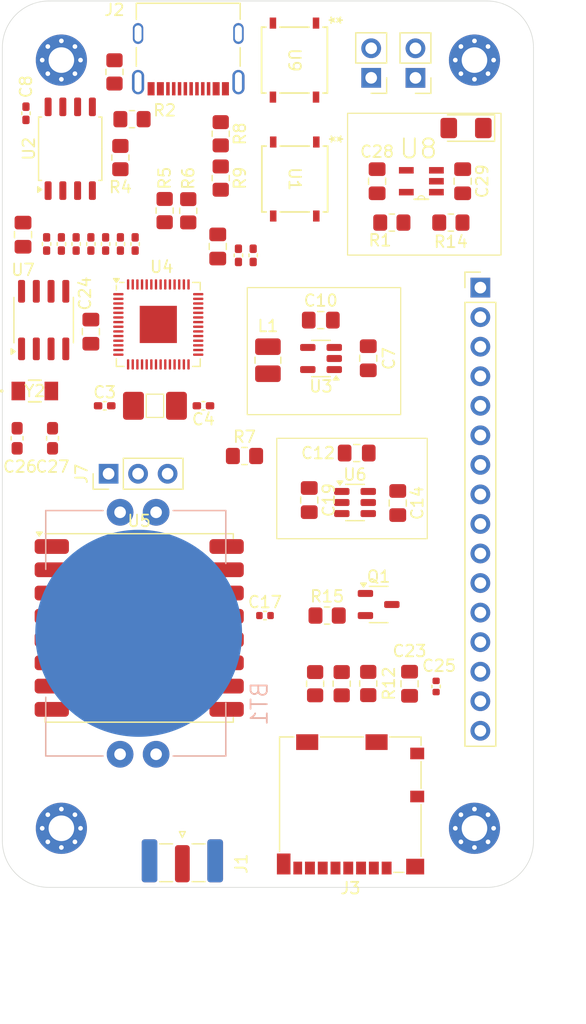
<source format=kicad_pcb>
(kicad_pcb (version 20240108) (generator "pcbnew") (generator_version "8.0")
  (layers (0 "F.Cu" signal) (1 "In1.Cu" signal) (2 "In2.Cu" signal) (31 "B.Cu" signal) (34 "B.Paste" user) (35 "F.Paste" user) (36 "B.SilkS" user "B.Silkscreen") (37 "F.SilkS" user "F.Silkscreen") (38 "B.Mask" user) (39 "F.Mask" user) (44 "Edge.Cuts" user))
  (net 0 "")
  (net 1 "Net-(U4-XIN)")
  (net 2 "GND")
  (net 3 "Net-(U4-XOUT)")
  (net 4 "1V1")
  (net 5 "BAT")
  (net 6 "3V3")
  (net 7 "Net-(U6-CNEG)")
  (net 8 "Net-(U6-CPOS)")
  (net 9 "5V")
  (net 10 "Net-(C23-Pad2)")
  (net 11 "Net-(U7-X1)")
  (net 12 "Net-(U7-X2)")
  (net 13 "VIN")
  (net 14 "Net-(D2-K)")
  (net 15 "/ANT")
  (net 16 "USB+")
  (net 18 "USB-")
  (net 19 "Net-(J2-SHIELD)")
  (net 23 "MOSI")
  (net 24 "MISO")
  (net 26 "Net-(J3-DAT2)")
  (net 27 "SD_CS")
  (net 28 "SPI_SCK")
  (net 29 "SWDCLK")
  (net 30 "SWD")
  (net 31 "EXT_SW1")
  (net 32 "SPI_CS")
  (net 33 "UART_TX")
  (net 34 "GP27")
  (net 35 "I2C_SDA")
  (net 36 "EXT_SW2")
  (net 37 "I2C_SCK")
  (net 38 "5V_OUT")
  (net 39 "UART_RX")
  (net 40 "GP6")
  (net 41 "GP26")
  (net 42 "Net-(U3-SW)")
  (net 43 "Net-(Q1-B)")
  (net 44 "Net-(U8-PROG)")
  (net 45 "QSPI_CS")
  (net 46 "Net-(R2-Pad1)")
  (net 47 "Net-(U4-USB_DP)")
  (net 48 "Net-(U4-USB_DM)")
  (net 49 "5V_CTRL")
  (net 50 "Net-(U4-GPIO11)")
  (net 51 "Net-(U4-GPIO28_ADC2)")
  (net 52 "Net-(U8-STAT)")
  (net 53 "5V_SW")
  (net 54 "Net-(U4-RUN)")
  (net 55 "QSPI_CLK")
  (net 56 "QSPI_SD2")
  (net 57 "QSPI_SD1")
  (net 58 "QSPI_SD3")
  (net 59 "QSPI_SD0")
  (net 66 "RTC_MFP")
  (net 67 "RFM_CS")
  (net 70 "RFM_RST")
  (net 79 "Net-(BT1-+)")
  (footprint "mcp73831:SOT95P280X145-5N" (layer "F.Cu") (at 163.068 66.294 180)
    (property "Reference" "U8" (at 0.254 2.794 180) (layer "F.SilkS") (effects (font (size 1.640866 1.640866))))
    (property "Value" "MCP73831")
    (pad "1" smd rect (at -1.2954 -0.9398 180) (size 1.27 0.5588) (layers "F.Cu" "F.Paste" "F.Mask") (net 52 "Net-(U8-STAT)"))
    (pad "2" smd rect (at -1.2954 0 180) (size 1.27 0.5588) (layers "F.Cu" "F.Paste" "F.Mask") (net 2 "GND"))
    (pad "3" smd rect (at -1.2954 0.9398 180) (size 1.27 0.5588) (layers "F.Cu" "F.Paste" "F.Mask") (net 5 "BAT"))
    (pad "4" smd rect (at 1.2954 0.9398 180) (size 1.27 0.5588) (layers "F.Cu" "F.Paste" "F.Mask") (net 13 "VIN"))
    (pad "5" smd rect (at 1.2954 -0.9398 180) (size 1.27 0.5588) (layers "F.Cu" "F.Paste" "F.Mask") (net 44 "Net-(U8-PROG)"))
  )
  (footprint "Connector_PinHeader_2.54mm:PinHeader_1x02_P2.54mm_Vertical" (layer "F.Cu") (at 162.56 57.409 180)
    (property "Reference" "J5" (hide yes))
    (property "Value" "BAT")
    (pad "1" thru_hole rect (at 0 0 180) (size 1.7 1.7) (drill 1) (layers "*.Cu" "*.Mask") (net 2 "GND"))
    (pad "2" thru_hole oval (at 0 2.54 180) (size 1.7 1.7) (drill 1) (layers "*.Cu" "*.Mask") (net 5 "BAT"))
  )
  (footprint "Resistor_SMD:R_0805_2012Metric_Pad1.20x1.40mm_HandSolder" (layer "F.Cu") (at 165.608 69.85 180)
    (property "Reference" "R14" (at 0 -1.65 180) (layer "F.SilkS"))
    (property "Value" "470")
    (pad "1" smd roundrect (at -1 0 180) (size 1.2 1.4) (layers "F.Cu" "F.Paste" "F.Mask") (roundrect_rratio 0.208333) (net 14 "Net-(D2-K)"))
    (pad "2" smd roundrect (at 1 0 180) (size 1.2 1.4) (layers "F.Cu" "F.Paste" "F.Mask") (roundrect_rratio 0.208333) (net 52 "Net-(U8-STAT)"))
  )
  (footprint "MountingHole:MountingHole_2.2mm_M2_Pad_Via" (layer "F.Cu") (at 167.64 55.88)
    (property "Reference" "H2" (hide yes))
    (property "Value" "MountingHole" (hide yes))
    (pad "1" thru_hole circle (at -1.65 0) (size 0.7 0.7) (drill 0.4) (layers "*.Cu" "*.Mask"))
    (pad "1" thru_hole circle (at -1.166726 -1.166726) (size 0.7 0.7) (drill 0.4) (layers "*.Cu" "*.Mask"))
    (pad "1" thru_hole circle (at -1.166726 1.166726) (size 0.7 0.7) (drill 0.4) (layers "*.Cu" "*.Mask"))
    (pad "1" thru_hole circle (at 0 -1.65) (size 0.7 0.7) (drill 0.4) (layers "*.Cu" "*.Mask"))
    (pad "1" thru_hole circle (at 0 0) (size 4.4 4.4) (drill 2.2) (layers "*.Cu" "*.Mask"))
    (pad "1" thru_hole circle (at 0 1.65) (size 0.7 0.7) (drill 0.4) (layers "*.Cu" "*.Mask"))
    (pad "1" thru_hole circle (at 1.166726 -1.166726) (size 0.7 0.7) (drill 0.4) (layers "*.Cu" "*.Mask"))
    (pad "1" thru_hole circle (at 1.166726 1.166726) (size 0.7 0.7) (drill 0.4) (layers "*.Cu" "*.Mask"))
    (pad "1" thru_hole circle (at 1.65 0) (size 0.7 0.7) (drill 0.4) (layers "*.Cu" "*.Mask"))
  )
  (footprint "Capacitor_SMD:C_0402_1005Metric" (layer "F.Cu") (at 149.606 103.632)
    (property "Reference" "C17" (at 0 -1.16 0) (layer "F.SilkS"))
    (property "Value" "0.1uF")
    (pad "1" smd roundrect (at -0.48 0) (size 0.56 0.62) (layers "F.Cu" "F.Paste" "F.Mask") (net 6 "3V3"))
    (pad "2" smd roundrect (at 0.48 0) (size 0.56 0.62) (layers "F.Cu" "F.Paste" "F.Mask") (net 2 "GND"))
  )
  (footprint "Resistor_SMD:R_0805_2012Metric_Pad1.20x1.40mm_HandSolder" (layer "F.Cu") (at 138.16 60.96 180)
    (property "Reference" "R2" (at -2.81 0.762 180) (layer "F.SilkS"))
    (property "Value" "1k")
    (pad "1" smd roundrect (at -1 0 180) (size 1.2 1.4) (layers "F.Cu" "F.Paste" "F.Mask") (roundrect_rratio 0.208333) (net 46 "Net-(R2-Pad1)"))
    (pad "2" smd roundrect (at 1 0 180) (size 1.2 1.4) (layers "F.Cu" "F.Paste" "F.Mask") (roundrect_rratio 0.208333) (net 45 "QSPI_CS"))
  )
  (footprint "Resistor_SMD:R_0805_2012Metric_Pad1.20x1.40mm_HandSolder" (layer "F.Cu") (at 143.002 68.834 -90)
    (property "Reference" "R6" (at -2.794 0 90) (layer "F.SilkS"))
    (property "Value" "27.4" (hide yes))
    (pad "1" smd roundrect (at -1 0 270) (size 1.2 1.4) (layers "F.Cu" "F.Paste" "F.Mask") (roundrect_rratio 0.208333) (net 18 "USB-"))
    (pad "2" smd roundrect (at 1 0 270) (size 1.2 1.4) (layers "F.Cu" "F.Paste" "F.Mask") (roundrect_rratio 0.208333) (net 48 "Net-(U4-USB_DM)"))
  )
  (footprint "Capacitor_SMD:C_0805_2012Metric_Pad1.18x1.45mm_HandSolder" (layer "F.Cu") (at 128.778 70.8875 90)
    (property "Reference" "C22" (hide yes))
    (property "Value" "1u")
    (pad "1" smd roundrect (at -1.0375 0 90) (size 1.175 1.45) (layers "F.Cu" "F.Paste" "F.Mask") (roundrect_rratio 0.212766) (net 6 "3V3"))
    (pad "2" smd roundrect (at 1.0375 0 90) (size 1.175 1.45) (layers "F.Cu" "F.Paste" "F.Mask") (roundrect_rratio 0.212766) (net 2 "GND"))
  )
  (footprint "Package_TO_SOT_SMD:TSOT-23-5" (layer "F.Cu") (at 154.432 81.534 180)
    (property "Reference" "U3" (at 0 -2.4 180) (layer "F.SilkS"))
    (property "Value" "ADP2108")
    (pad "1" smd roundrect (at -1.1375 -0.95 180) (size 1.325 0.6) (layers "F.Cu" "F.Paste" "F.Mask") (net 5 "BAT"))
    (pad "2" smd roundrect (at -1.1375 0 180) (size 1.325 0.6) (layers "F.Cu" "F.Paste" "F.Mask") (net 2 "GND"))
    (pad "3" smd roundrect (at -1.1375 0.95 180) (size 1.325 0.6) (layers "F.Cu" "F.Paste" "F.Mask") (net 5 "BAT"))
    (pad "4" smd roundrect (at 1.1375 0.95 180) (size 1.325 0.6) (layers "F.Cu" "F.Paste" "F.Mask") (net 6 "3V3"))
    (pad "5" smd roundrect (at 1.1375 -0.95 180) (size 1.325 0.6) (layers "F.Cu" "F.Paste" "F.Mask") (net 42 "Net-(U3-SW)"))
  )
  (footprint "Capacitor_SMD:C_0402_1005Metric_Pad0.74x0.62mm_HandSolder" (layer "F.Cu") (at 147.32 72.6655 90)
    (property "Reference" "C6" (hide yes))
    (property "Value" "100n")
    (pad "1" smd roundrect (at -0.5675 0 90) (size 0.735 0.62) (layers "F.Cu" "F.Paste" "F.Mask") (net 4 "1V1"))
    (pad "2" smd roundrect (at 0.5675 0 90) (size 0.735 0.62) (layers "F.Cu" "F.Paste" "F.Mask") (net 2 "GND"))
  )
  (footprint "Capacitor_SMD:C_0402_1005Metric_Pad0.74x0.62mm_HandSolder" (layer "F.Cu") (at 135.89 71.6875 90)
    (property "Reference" "C18" (hide yes))
    (property "Value" "100n" (hide yes))
    (pad "1" smd roundrect (at -0.5675 0 90) (size 0.735 0.62) (layers "F.Cu" "F.Paste" "F.Mask") (net 6 "3V3"))
    (pad "2" smd roundrect (at 0.5675 0 90) (size 0.735 0.62) (layers "F.Cu" "F.Paste" "F.Mask") (net 2 "GND"))
  )
  (footprint "Capacitor_SMD:C_0402_1005Metric_Pad0.74x0.62mm_HandSolder" (layer "F.Cu") (at 133.35 71.6875 90)
    (property "Reference" "C15" (hide yes))
    (property "Value" "100n" (hide yes))
    (pad "1" smd roundrect (at -0.5675 0 90) (size 0.735 0.62) (layers "F.Cu" "F.Paste" "F.Mask") (net 6 "3V3"))
    (pad "2" smd roundrect (at 0.5675 0 90) (size 0.735 0.62) (layers "F.Cu" "F.Paste" "F.Mask") (net 2 "GND"))
  )
  (footprint "Package_DFN_QFN:QFN-56-1EP_7x7mm_P0.4mm_EP3.2x3.2mm" (layer "F.Cu") (at 140.424 78.6045)
    (property "Reference" "U4" (at 0.292 -4.9445 0) (layer "F.SilkS"))
    (property "Value" "RP2040")
    (pad "1" smd roundrect (at -3.4375 -2.6) (size 0.875 0.2) (layers "F.Cu" "F.Paste" "F.Mask") (net 6 "3V3"))
    (pad "2" smd roundrect (at -3.4375 -2.2) (size 0.875 0.2) (layers "F.Cu" "F.Paste" "F.Mask") (net 33 "UART_TX"))
    (pad "3" smd roundrect (at -3.4375 -1.8) (size 0.875 0.2) (layers "F.Cu" "F.Paste" "F.Mask") (net 39 "UART_RX"))
    (pad "4" smd roundrect (at -3.4375 -1.4) (size 0.875 0.2) (layers "F.Cu" "F.Paste" "F.Mask") (net 53 "5V_SW"))
    (pad "5" smd roundrect (at -3.4375 -1) (size 0.875 0.2) (layers "F.Cu" "F.Paste" "F.Mask"))
    (pad "6" smd roundrect (at -3.4375 -0.6) (size 0.875 0.2) (layers "F.Cu" "F.Paste" "F.Mask") (net 35 "I2C_SDA"))
    (pad "7" smd roundrect (at -3.4375 -0.2) (size 0.875 0.2) (layers "F.Cu" "F.Paste" "F.Mask") (net 37 "I2C_SCK"))
    (pad "8" smd roundrect (at -3.4375 0.2) (size 0.875 0.2) (layers "F.Cu" "F.Paste" "F.Mask") (net 40 "GP6"))
    (pad "9" smd roundrect (at -3.4375 0.6) (size 0.875 0.2) (layers "F.Cu" "F.Paste" "F.Mask"))
    (pad "10" smd roundrect (at -3.4375 1) (size 0.875 0.2) (layers "F.Cu" "F.Paste" "F.Mask") (net 6 "3V3"))
    (pad "11" smd roundrect (at -3.4375 1.4) (size 0.875 0.2) (layers "F.Cu" "F.Paste" "F.Mask"))
    (pad "12" smd roundrect (at -3.4375 1.8) (size 0.875 0.2) (layers "F.Cu" "F.Paste" "F.Mask"))
    (pad "13" smd roundrect (at -3.4375 2.2) (size 0.875 0.2) (layers "F.Cu" "F.Paste" "F.Mask"))
    (pad "14" smd roundrect (at -3.4375 2.6) (size 0.875 0.2) (layers "F.Cu" "F.Paste" "F.Mask") (net 50 "Net-(U4-GPIO11)"))
    (pad "15" smd roundrect (at -2.6 3.4375) (size 0.2 0.875) (layers "F.Cu" "F.Paste" "F.Mask") (net 31 "EXT_SW1"))
    (pad "16" smd roundrect (at -2.2 3.4375) (size 0.2 0.875) (layers "F.Cu" "F.Paste" "F.Mask") (net 36 "EXT_SW2"))
    (pad "17" smd roundrect (at -1.8 3.4375) (size 0.2 0.875) (layers "F.Cu" "F.Paste" "F.Mask"))
    (pad "18" smd roundrect (at -1.4 3.4375) (size 0.2 0.875) (layers "F.Cu" "F.Paste" "F.Mask") (net 66 "RTC_MFP"))
    (pad "19" smd roundrect (at -1 3.4375) (size 0.2 0.875) (layers "F.Cu" "F.Paste" "F.Mask") (net 2 "GND"))
    (pad "20" smd roundrect (at -0.6 3.4375) (size 0.2 0.875) (layers "F.Cu" "F.Paste" "F.Mask") (net 1 "Net-(U4-XIN)"))
    (pad "21" smd roundrect (at -0.2 3.4375) (size 0.2 0.875) (layers "F.Cu" "F.Paste" "F.Mask") (net 3 "Net-(U4-XOUT)"))
    (pad "22" smd roundrect (at 0.2 3.4375) (size 0.2 0.875) (layers "F.Cu" "F.Paste" "F.Mask") (net 6 "3V3"))
    (pad "23" smd roundrect (at 0.6 3.4375) (size 0.2 0.875) (layers "F.Cu" "F.Paste" "F.Mask") (net 4 "1V1"))
    (pad "24" smd roundrect (at 1 3.4375) (size 0.2 0.875) (layers "F.Cu" "F.Paste" "F.Mask") (net 29 "SWDCLK"))
    (pad "25" smd roundrect (at 1.4 3.4375) (size 0.2 0.875) (layers "F.Cu" "F.Paste" "F.Mask") (net 30 "SWD"))
    (pad "26" smd roundrect (at 1.8 3.4375) (size 0.2 0.875) (layers "F.Cu" "F.Paste" "F.Mask") (net 54 "Net-(U4-RUN)"))
    (pad "27" smd roundrect (at 2.2 3.4375) (size 0.2 0.875) (layers "F.Cu" "F.Paste" "F.Mask") (net 24 "MISO"))
    (pad "28" smd roundrect (at 2.6 3.4375) (size 0.2 0.875) (layers "F.Cu" "F.Paste" "F.Mask") (net 67 "RFM_CS"))
    (pad "29" smd roundrect (at 3.4375 2.6) (size 0.875 0.2) (layers "F.Cu" "F.Paste" "F.Mask") (net 28 "SPI_SCK"))
    (pad "30" smd roundrect (at 3.4375 2.2) (size 0.875 0.2) (layers "F.Cu" "F.Paste" "F.Mask") (net 23 "MOSI"))
    (pad "31" smd roundrect (at 3.4375 1.8) (size 0.875 0.2) (layers "F.Cu" "F.Paste" "F.Mask") (net 70 "RFM_RST"))
    (pad "32" smd roundrect (at 3.4375 1.4) (size 0.875 0.2) (layers "F.Cu" "F.Paste" "F.Mask") (net 27 "SD_CS"))
    (pad "33" smd roundrect (at 3.4375 1) (size 0.875 0.2) (layers "F.Cu" "F.Paste" "F.Mask") (net 6 "3V3"))
    (pad "34" smd roundrect (at 3.4375 0.6) (size 0.875 0.2) (layers "F.Cu" "F.Paste" "F.Mask") (net 32 "SPI_CS"))
    (pad "35" smd roundrect (at 3.4375 0.2) (size 0.875 0.2) (layers "F.Cu" "F.Paste" "F.Mask"))
    (pad "36" smd roundrect (at 3.4375 -0.2) (size 0.875 0.2) (layers "F.Cu" "F.Paste" "F.Mask"))
    (pad "37" smd roundrect (at 3.4375 -0.6) (size 0.875 0.2) (layers "F.Cu" "F.Paste" "F.Mask"))
    (pad "38" smd roundrect (at 3.4375 -1) (size 0.875 0.2) (layers "F.Cu" "F.Paste" "F.Mask") (net 41 "GP26"))
    (pad "39" smd roundrect (at 3.4375 -1.4) (size 0.875 0.2) (layers "F.Cu" "F.Paste" "F.Mask") (net 34 "GP27"))
    (pad "40" smd roundrect (at 3.4375 -1.8) (size 0.875 0.2) (layers "F.Cu" "F.Paste" "F.Mask") (net 51 "Net-(U4-GPIO28_ADC2)"))
    (pad "41" smd roundrect (at 3.4375 -2.2) (size 0.875 0.2) (layers "F.Cu" "F.Paste" "F.Mask"))
    (pad "42" smd roundrect (at 3.4375 -2.6) (size 0.875 0.2) (layers "F.Cu" "F.Paste" "F.Mask") (net 6 "3V3"))
    (pad "43" smd roundrect (at 2.6 -3.4375) (size 0.2 0.875) (layers "F.Cu" "F.Paste" "F.Mask") (net 6 "3V3"))
    (pad "44" smd roundrect (at 2.2 -3.4375) (size 0.2 0.875) (layers "F.Cu" "F.Paste" "F.Mask") (net 6 "3V3"))
    (pad "45" smd roundrect (at 1.8 -3.4375) (size 0.2 0.875) (layers "F.Cu" "F.Paste" "F.Mask") (net 4 "1V1"))
    (pad "46" smd roundrect (at 1.4 -3.4375) (size 0.2 0.875) (layers "F.Cu" "F.Paste" "F.Mask") (net 48 "Net-(U4-USB_DM)"))
    (pad "47" smd roundrect (at 1 -3.4375) (size 0.2 0.875) (layers "F.Cu" "F.Paste" "F.Mask") (net 47 "Net-(U4-USB_DP)"))
    (pad "48" smd roundrect (at 0.6 -3.4375) (size 0.2 0.875) (layers "F.Cu" "F.Paste" "F.Mask") (net 6 "3V3"))
    (pad "49" smd roundrect (at 0.2 -3.4375) (size 0.2 0.875) (layers "F.Cu" "F.Paste" "F.Mask") (net 6 "3V3"))
    (pad "50" smd roundrect (at -0.2 -3.4375) (size 0.2 0.875) (layers "F.Cu" "F.Paste" "F.Mask") (net 4 "1V1"))
    (pad "51" smd roundrect (at -0.6 -3.4375) (size 0.2 0.875) (layers "F.Cu" "F.Paste" "F.Mask") (net 58 "QSPI_SD3"))
    (pad "52" smd roundrect (at -1 -3.4375) (size 0.2 0.875) (layers "F.Cu" "F.Paste" "F.Mask") (net 55 "QSPI_CLK"))
    (pad "53" smd roundrect (at -1.4 -3.4375) (size 0.2 0.875) (layers "F.Cu" "F.Paste" "F.Mask") (net 59 "QSPI_SD0"))
    (pad "54" smd roundrect (at -1.8 -3.4375) (size 0.2 0.875) (layers "F.Cu" "F.Paste" "F.Mask") (net 56 "QSPI_SD2"))
    (pad "55" smd roundrect (at -2.2 -3.4375) (size 0.2 0.875) (layers "F.Cu" "F.Paste" "F.Mask") (net 57 "QSPI_SD1"))
    (pad "56" smd roundrect (at -2.6 -3.4375) (size 0.2 0.875) (layers "F.Cu" "F.Paste" "F.Mask") (net 45 "QSPI_CS"))
    (pad "57" smd rect (at 0 0) (size 3.2 3.2) (property pad_prop_heatsink) (layers "F.Cu" "F.Mask") (net 2 "GND"))
  )
  (footprint "Capacitor_SMD:C_0805_2012Metric_Pad1.18x1.45mm_HandSolder" (layer "F.Cu") (at 134.62 79.2265 -90)
    (property "Reference" "C24" (at -3.2805 0.508 90) (layer "F.SilkS"))
    (property "Value" "10u")
    (pad "1" smd roundrect (at -1.0375 0 270) (size 1.175 1.45) (layers "F.Cu" "F.Paste" "F.Mask") (roundrect_rratio 0.212766) (net 6 "3V3"))
    (pad "2" smd roundrect (at 1.0375 0 270) (size 1.175 1.45) (layers "F.Cu" "F.Paste" "F.Mask") (roundrect_rratio 0.212766) (net 2 "GND"))
  )
  (footprint "Resistor_SMD:R_0805_2012Metric_Pad1.20x1.40mm_HandSolder" (layer "F.Cu") (at 158.496 109.474 -90)
    (property "Reference" "R12" (at 0 -1.778 90) (layer "F.SilkS"))
    (property "Value" "10K" (hide yes))
    (pad "1" smd roundrect (at -1 0 270) (size 1.2 1.4) (layers "F.Cu" "F.Paste" "F.Mask") (roundrect_rratio 0.208333) (net 6 "3V3"))
    (pad "2" smd roundrect (at 1 0 270) (size 1.2 1.4) (layers "F.Cu" "F.Paste" "F.Mask") (roundrect_rratio 0.208333) (net 27 "SD_CS"))
  )
  (footprint "Package_SO:SOIC-8_3.9x4.9mm_P1.27mm" (layer "F.Cu") (at 130.556 78.232 90)
    (property "Reference" "U7" (at 4.318 -1.778 0) (layer "F.SilkS"))
    (property "Value" "MCP7940")
    (pad "1" smd roundrect (at -2.475 -1.905 90) (size 1.95 0.6) (layers "F.Cu" "F.Paste" "F.Mask") (net 11 "Net-(U7-X1)"))
    (pad "2" smd roundrect (at -2.475 -0.635 90) (size 1.95 0.6) (layers "F.Cu" "F.Paste" "F.Mask") (net 12 "Net-(U7-X2)"))
    (pad "3" smd roundrect (at -2.475 0.635 90) (size 1.95 0.6) (layers "F.Cu" "F.Paste" "F.Mask") (net 79 "Net-(BT1-+)"))
    (pad "4" smd roundrect (at -2.475 1.905 90) (size 1.95 0.6) (layers "F.Cu" "F.Paste" "F.Mask") (net 2 "GND"))
    (pad "5" smd roundrect (at 2.475 1.905 90) (size 1.95 0.6) (layers "F.Cu" "F.Paste" "F.Mask") (net 35 "I2C_SDA"))
    (pad "6" smd roundrect (at 2.475 0.635 90) (size 1.95 0.6) (layers "F.Cu" "F.Paste" "F.Mask") (net 37 "I2C_SCK"))
    (pad "7" smd roundrect (at 2.475 -0.635 90) (size 1.95 0.6) (layers "F.Cu" "F.Paste" "F.Mask") (net 66 "RTC_MFP"))
    (pad "8" smd roundrect (at 2.475 -1.905 90) (size 1.95 0.6) (layers "F.Cu" "F.Paste" "F.Mask") (net 6 "3V3"))
  )
  (footprint "Resistor_SMD:R_0805_2012Metric_Pad1.20x1.40mm_HandSolder" (layer "F.Cu") (at 153.924 109.49 -90)
    (property "Reference" "R10" (hide yes))
    (property "Value" "10K")
    (pad "1" smd roundrect (at -1 0 270) (size 1.2 1.4) (layers "F.Cu" "F.Paste" "F.Mask") (roundrect_rratio 0.208333) (net 6 "3V3"))
    (pad "2" smd roundrect (at 1 0 270) (size 1.2 1.4) (layers "F.Cu" "F.Paste" "F.Mask") (roundrect_rratio 0.208333) (net 26 "Net-(J3-DAT2)"))
  )
  (footprint "Capacitor_SMD:C_0805_2012Metric_Pad1.18x1.45mm_HandSolder" (layer "F.Cu") (at 159.258 66.294 -90)
    (property "Reference" "C28" (at -2.54 0 180) (layer "F.SilkS"))
    (property "Value" "4.7uF")
    (pad "1" smd roundrect (at -1.0375 0 270) (size 1.175 1.45) (layers "F.Cu" "F.Paste" "F.Mask") (roundrect_rratio 0.212766) (net 13 "VIN"))
    (pad "2" smd roundrect (at 1.0375 0 270) (size 1.175 1.45) (layers "F.Cu" "F.Paste" "F.Mask") (roundrect_rratio 0.212766) (net 2 "GND"))
  )
  (footprint "Package_TO_SOT_SMD:SOT-23-6" (layer "F.Cu") (at 157.3585 93.914)
    (property "Reference" "U6" (at 0 -2.4 0) (layer "F.SilkS"))
    (property "Value" "CAT3200-5")
    (pad "1" smd roundrect (at -1.1375 -0.95) (size 1.325 0.6) (layers "F.Cu" "F.Paste" "F.Mask") (net 9 "5V"))
    (pad "2" smd roundrect (at -1.1375 0) (size 1.325 0.6) (layers "F.Cu" "F.Paste" "F.Mask") (net 2 "GND"))
    (pad "3" smd roundrect (at -1.1375 0.95) (size 1.325 0.6) (layers "F.Cu" "F.Paste" "F.Mask") (net 49 "5V_CTRL"))
    (pad "4" smd roundrect (at 1.1375 0.95) (size 1.325 0.6) (layers "F.Cu" "F.Paste" "F.Mask") (net 7 "Net-(U6-CNEG)"))
    (pad "5" smd roundrect (at 1.1375 0) (size 1.325 0.6) (layers "F.Cu" "F.Paste" "F.Mask") (net 5 "BAT"))
    (pad "6" smd roundrect (at 1.1375 -0.95) (size 1.325 0.6) (layers "F.Cu" "F.Paste" "F.Mask") (net 8 "Net-(U6-CPOS)"))
  )
  (footprint "Capacitor_SMD:C_0402_1005Metric_Pad0.74x0.62mm_HandSolder" (layer "F.Cu") (at 134.62 71.6875 90)
    (property "Reference" "C16" (hide yes))
    (property "Value" "100n" (hide yes))
    (pad "1" smd roundrect (at -0.5675 0 90) (size 0.735 0.62) (layers "F.Cu" "F.Paste" "F.Mask") (net 6 "3V3"))
    (pad "2" smd roundrect (at 0.5675 0 90) (size 0.735 0.62) (layers "F.Cu" "F.Paste" "F.Mask") (net 2 "GND"))
  )
  (footprint "Connector_PinHeader_2.54mm:PinHeader_1x02_P2.54mm_Vertical" (layer "F.Cu") (at 158.75 57.404 180)
    (property "Reference" "J4" (hide yes))
    (property "Value" "VIN")
    (pad "1" thru_hole rect (at 0 0 180) (size 1.7 1.7) (drill 1) (layers "*.Cu" "*.Mask") (net 2 "GND"))
    (pad "2" thru_hole oval (at 0 2.54 180) (size 1.7 1.7) (drill 1) (layers "*.Cu" "*.Mask") (net 13 "VIN"))
  )
  (footprint "Resistor_SMD:R_0805_2012Metric_Pad1.20x1.40mm_HandSolder" (layer "F.Cu") (at 156.21 109.49 -90)
    (property "Reference" "R11" (hide yes))
    (property "Value" "10K" (hide yes))
    (pad "1" smd roundrect (at -1 0 270) (size 1.2 1.4) (layers "F.Cu" "F.Paste" "F.Mask") (roundrect_rratio 0.208333) (net 6 "3V3"))
    (pad "2" smd roundrect (at 1 0 270) (size 1.2 1.4) (layers "F.Cu" "F.Paste" "F.Mask") (roundrect_rratio 0.208333) (net 24 "MISO"))
  )
  (footprint "MountingHole:MountingHole_2.2mm_M2_Pad_Via" (layer "F.Cu") (at 132.08 121.92)
    (property "Reference" "H3" (hide yes))
    (property "Value" "MountingHole" (hide yes))
    (pad "1" thru_hole circle (at -1.65 0) (size 0.7 0.7) (drill 0.4) (layers "*.Cu" "*.Mask"))
    (pad "1" thru_hole circle (at -1.166726 -1.166726) (size 0.7 0.7) (drill 0.4) (layers "*.Cu" "*.Mask"))
    (pad "1" thru_hole circle (at -1.166726 1.166726) (size 0.7 0.7) (drill 0.4) (layers "*.Cu" "*.Mask"))
    (pad "1" thru_hole circle (at 0 -1.65) (size 0.7 0.7) (drill 0.4) (layers "*.Cu" "*.Mask"))
    (pad "1" thru_hole circle (at 0 0) (size 4.4 4.4) (drill 2.2) (layers "*.Cu" "*.Mask"))
    (pad "1" thru_hole circle (at 0 1.65) (size 0.7 0.7) (drill 0.4) (layers "*.Cu" "*.Mask"))
    (pad "1" thru_hole circle (at 1.166726 -1.166726) (size 0.7 0.7) (drill 0.4) (layers "*.Cu" "*.Mask"))
    (pad "1" thru_hole circle (at 1.166726 1.166726) (size 0.7 0.7) (drill 0.4) (layers "*.Cu" "*.Mask"))
    (pad "1" thru_hole circle (at 1.65 0) (size 0.7 0.7) (drill 0.4) (layers "*.Cu" "*.Mask"))
  )
  (footprint "Connector_Coaxial:SMA_Samtec_SMA-J-P-H-ST-EM1_EdgeMount" (layer "F.Cu") (at 142.494 124.968 -90)
    (property "Reference" "J1" (at 0 -5.08 90) (layer "F.SilkS"))
    (property "Value" "Conn_Coaxial")
    (pad "1" smd roundrect (at 0 0) (size 1.27 3.2) (layers "F.Cu" "F.Mask") (roundrect_rratio 0.1968503937) (net 15 "/ANT"))
    (pad "2" smd roundrect (at -0.25 -2.825) (size 1.35 3.7) (layers "F.Cu" "F.Mask") (roundrect_rratio 0.1851851852) (net 2 "GND"))
    (pad "2" smd roundrect (at -0.25 -2.825) (size 1.35 3.7) (layers "B.Cu" "B.Mask") (roundrect_rratio 0.1851851852) (net 2 "GND"))
    (pad "2" smd roundrect (at -0.25 2.825) (size 1.35 3.7) (layers "F.Cu" "F.Mask") (roundrect_rratio 0.1851851852) (net 2 "GND"))
    (pad "2" smd roundrect (at -0.25 2.825) (size 1.35 3.7) (layers "B.Cu" "B.Mask") (roundrect_rratio 0.1851851852) (net 2 "GND"))
  )
  (footprint "pts526:SMT_FS" (layer "F.Cu") (at 152.169683 66.103276 -90)
    (property "Reference" "U1" (at 0 0 -90) (layer "F.SilkS"))
    (property "Value" "RST")
    (fp_text user "*" (at -3.43535 -3.556 90) (layer "F.SilkS"))
    (fp_text user "*" (at -3.43535 -3.556 -90) (layer "F.SilkS"))
    (pad "1" smd rect (at -3.18135 -1.8542 270) (size 0.9525 0.5588) (layers "F.Cu" "F.Paste" "F.Mask") (net 2 "GND"))
    (pad "2" smd rect (at 3.18135 -1.8542 270) (size 0.9525 0.5588) (layers "F.Cu" "F.Paste" "F.Mask") (net 2 "GND"))
    (pad "3" smd rect (at -3.18135 1.8542 270) (size 0.9525 0.5588) (layers "F.Cu" "F.Paste" "F.Mask") (net 54 "Net-(U4-RUN)"))
    (pad "4" smd rect (at 3.18135 1.8542 270) (size 0.9525 0.5588) (layers "F.Cu" "F.Paste" "F.Mask") (net 54 "Net-(U4-RUN)"))
  )
  (footprint "Resistor_SMD:R_0805_2012Metric_Pad1.20x1.40mm_HandSolder" (layer "F.Cu") (at 154.956 103.632)
    (property "Reference" "R15" (at 0 -1.65 0) (layer "F.SilkS"))
    (property "Value" "1K")
    (pad "1" smd roundrect (at -1 0) (size 1.2 1.4) (layers "F.Cu" "F.Paste" "F.Mask") (roundrect_rratio 0.208333) (net 53 "5V_SW"))
    (pad "2" smd roundrect (at 1 0) (size 1.2 1.4) (layers "F.Cu" "F.Paste" "F.Mask") (roundrect_rratio 0.208333) (net 43 "Net-(Q1-B)"))
  )
  (footprint "Capacitor_SMD:C_0805_2012Metric_Pad1.18x1.45mm_HandSolder" (layer "F.Cu") (at 158.496 81.5125 -90)
    (property "Reference" "C7" (at 0.0215 -1.778 -90) (layer "F.SilkS"))
    (property "Value" "10uF")
    (pad "1" smd roundrect (at -1.0375 0 270) (size 1.175 1.45) (layers "F.Cu" "F.Paste" "F.Mask") (roundrect_rratio 0.212766) (net 5 "BAT"))
    (pad "2" smd roundrect (at 1.0375 0 270) (size 1.175 1.45) (layers "F.Cu" "F.Paste" "F.Mask") (roundrect_rratio 0.212766) (net 2 "GND"))
  )
  (footprint "MountingHole:MountingHole_2.2mm_M2_Pad_Via" (layer "F.Cu") (at 167.64 121.92)
    (property "Reference" "H4" (hide yes))
    (property "Value" "MountingHole" (hide yes))
    (pad "1" thru_hole circle (at -1.65 0) (size 0.7 0.7) (drill 0.4) (layers "*.Cu" "*.Mask"))
    (pad "1" thru_hole circle (at -1.166726 -1.166726) (size 0.7 0.7) (drill 0.4) (layers "*.Cu" "*.Mask"))
    (pad "1" thru_hole circle (at -1.166726 1.166726) (size 0.7 0.7) (drill 0.4) (layers "*.Cu" "*.Mask"))
    (pad "1" thru_hole circle (at 0 -1.65) (size 0.7 0.7) (drill 0.4) (layers "*.Cu" "*.Mask"))
    (pad "1" thru_hole circle (at 0 0) (size 4.4 4.4) (drill 2.2) (layers "*.Cu" "*.Mask"))
    (pad "1" thru_hole circle (at 0 1.65) (size 0.7 0.7) (drill 0.4) (layers "*.Cu" "*.Mask"))
    (pad "1" thru_hole circle (at 1.166726 -1.166726) (size 0.7 0.7) (drill 0.4) (layers "*.Cu" "*.Mask"))
    (pad "1" thru_hole circle (at 1.166726 1.166726) (size 0.7 0.7) (drill 0.4) (layers "*.Cu" "*.Mask"))
    (pad "1" thru_hole circle (at 1.65 0) (size 0.7 0.7) (drill 0.4) (layers "*.Cu" "*.Mask"))
  )
  (footprint "Capacitor_SMD:C_0805_2012Metric_Pad1.18x1.45mm_HandSolder" (layer "F.Cu") (at 166.624 66.294 -90)
    (property "Reference" "C29" (at 0 -1.68 90) (layer "F.SilkS"))
    (property "Value" "4.7uF")
    (pad "1" smd roundrect (at -1.0375 0 270) (size 1.175 1.45) (layers "F.Cu" "F.Paste" "F.Mask") (roundrect_rratio 0.212766) (net 5 "BAT"))
    (pad "2" smd roundrect (at 1.0375 0 270) (size 1.175 1.45) (layers "F.Cu" "F.Paste" "F.Mask") (roundrect_rratio 0.212766) (net 2 "GND"))
  )
  (footprint "Capacitor_SMD:C_0402_1005Metric_Pad0.74x0.62mm_HandSolder" (layer "F.Cu") (at 138.43 71.6875 90)
    (property "Reference" "C21" (hide yes))
    (property "Value" "100n")
    (pad "1" smd roundrect (at -0.5675 0 90) (size 0.735 0.62) (layers "F.Cu" "F.Paste" "F.Mask") (net 6 "3V3"))
    (pad "2" smd roundrect (at 0.5675 0 90) (size 0.735 0.62) (layers "F.Cu" "F.Paste" "F.Mask") (net 2 "GND"))
  )
  (footprint "Resistor_SMD:R_0805_2012Metric_Pad1.20x1.40mm_HandSolder" (layer "F.Cu") (at 147.844 89.916)
    (property "Reference" "R7" (at 0 -1.65 0) (layer "F.SilkS"))
    (property "Value" "10K")
    (pad "1" smd roundrect (at -1 0) (size 1.2 1.4) (layers "F.Cu" "F.Paste" "F.Mask") (roundrect_rratio 0.208333) (net 50 "Net-(U4-GPIO11)"))
    (pad "2" smd roundrect (at 1 0) (size 1.2 1.4) (layers "F.Cu" "F.Paste" "F.Mask") (roundrect_rratio 0.208333) (net 49 "5V_CTRL"))
  )
  (footprint "Connector_PinHeader_2.54mm:PinHeader_1x16_P2.54mm_Vertical" (layer "F.Cu") (at 168.148 75.438)
    (property "Reference" "J8" (hide yes))
    (property "Value" "Conn_01x16_Pin" (hide yes))
    (pad "1" thru_hole rect (at 0 0) (size 1.7 1.7) (drill 1) (layers "*.Cu" "*.Mask") (net 2 "GND"))
    (pad "2" thru_hole oval (at 0 2.54) (size 1.7 1.7) (drill 1) (layers "*.Cu" "*.Mask") (net 6 "3V3"))
    (pad "3" thru_hole oval (at 0 5.08) (size 1.7 1.7) (drill 1) (layers "*.Cu" "*.Mask") (net 38 "5V_OUT"))
    (pad "4" thru_hole oval (at 0 7.62) (size 1.7 1.7) (drill 1) (layers "*.Cu" "*.Mask") (net 39 "UART_RX"))
    (pad "5" thru_hole oval (at 0 10.16) (size 1.7 1.7) (drill 1) (layers "*.Cu" "*.Mask") (net 33 "UART_TX"))
    (pad "6" thru_hole oval (at 0 12.7) (size 1.7 1.7) (drill 1) (layers "*.Cu" "*.Mask") (net 37 "I2C_SCK"))
    (pad "7" thru_hole oval (at 0 15.24) (size 1.7 1.7) (drill 1) (layers "*.Cu" "*.Mask") (net 35 "I2C_SDA"))
    (pad "8" thru_hole oval (at 0 17.78) (size 1.7 1.7) (drill 1) (layers "*.Cu" "*.Mask") (net 32 "SPI_CS"))
    (pad "9" thru_hole oval (at 0 20.32) (size 1.7 1.7) (drill 1) (layers "*.Cu" "*.Mask") (net 28 "SPI_SCK"))
    (pad "10" thru_hole oval (at 0 22.86) (size 1.7 1.7) (drill 1) (layers "*.Cu" "*.Mask") (net 23 "MOSI"))
    (pad "11" thru_hole oval (at 0 25.4) (size 1.7 1.7) (drill 1) (layers "*.Cu" "*.Mask") (net 24 "MISO"))
    (pad "12" thru_hole oval (at 0 27.94) (size 1.7 1.7) (drill 1) (layers "*.Cu" "*.Mask") (net 34 "GP27"))
    (pad "13" thru_hole oval (at 0 30.48) (size 1.7 1.7) (drill 1) (layers "*.Cu" "*.Mask") (net 41 "GP26"))
    (pad "14" thru_hole oval (at 0 33.02) (size 1.7 1.7) (drill 1) (layers "*.Cu" "*.Mask") (net 40 "GP6"))
    (pad "15" thru_hole oval (at 0 35.56) (size 1.7 1.7) (drill 1) (layers "*.Cu" "*.Mask") (net 36 "EXT_SW2"))
    (pad "16" thru_hole oval (at 0 38.1) (size 1.7 1.7) (drill 1) (layers "*.Cu" "*.Mask") (net 31 "EXT_SW1"))
  )
  (footprint "Capacitor_SMD:C_0402_1005Metric_Pad0.74x0.62mm_HandSolder" (layer "F.Cu") (at 129.032 60.452 90)
    (property "Reference" "C8" (at 2.286 0 -90) (layer "F.SilkS"))
    (property "Value" "100n")
    (pad "1" smd roundrect (at -0.5675 0 90) (size 0.735 0.62) (layers "F.Cu" "F.Paste" "F.Mask") (net 6 "3V3"))
    (pad "2" smd roundrect (at 0.5675 0 90) (size 0.735 0.62) (layers "F.Cu" "F.Paste" "F.Mask") (net 2 "GND"))
  )
  (footprint "Capacitor_SMD:C_0402_1005Metric_Pad0.74x0.62mm_HandSolder" (layer "F.Cu") (at 148.59 72.6655 90)
    (property "Reference" "C9" (hide yes))
    (property "Value" "100n" (hide yes))
    (pad "1" smd roundrect (at -0.5675 0 90) (size 0.735 0.62) (layers "F.Cu" "F.Paste" "F.Mask") (net 4 "1V1"))
    (pad "2" smd roundrect (at 0.5675 0 90) (size 0.735 0.62) (layers "F.Cu" "F.Paste" "F.Mask") (net 2 "GND"))
  )
  (footprint "MountingHole:MountingHole_2.2mm_M2_Pad_Via" (layer "F.Cu") (at 132.08 55.88)
    (property "Reference" "H1" (hide yes))
    (property "Value" "MountingHole" (hide yes))
    (pad "1" thru_hole circle (at -1.65 0) (size 0.7 0.7) (drill 0.4) (layers "*.Cu" "*.Mask"))
    (pad "1" thru_hole circle (at -1.166726 -1.166726) (size 0.7 0.7) (drill 0.4) (layers "*.Cu" "*.Mask"))
    (pad "1" thru_hole circle (at -1.166726 1.166726) (size 0.7 0.7) (drill 0.4) (layers "*.Cu" "*.Mask"))
    (pad "1" thru_hole circle (at 0 -1.65) (size 0.7 0.7) (drill 0.4) (layers "*.Cu" "*.Mask"))
    (pad "1" thru_hole circle (at 0 0) (size 4.4 4.4) (drill 2.2) (layers "*.Cu" "*.Mask"))
    (pad "1" thru_hole circle (at 0 1.65) (size 0.7 0.7) (drill 0.4) (layers "*.Cu" "*.Mask"))
    (pad "1" thru_hole circle (at 1.166726 -1.166726) (size 0.7 0.7) (drill 0.4) (layers "*.Cu" "*.Mask"))
    (pad "1" thru_hole circle (at 1.166726 1.166726) (size 0.7 0.7) (drill 0.4) (layers "*.Cu" "*.Mask"))
    (pad "1" thru_hole circle (at 1.65 0) (size 0.7 0.7) (drill 0.4) (layers "*.Cu" "*.Mask"))
  )
  (footprint "Capacitor_SMD:C_0603_1608Metric_Pad1.08x0.95mm_HandSolder" (layer "F.Cu") (at 128.27 88.392 -90)
    (property "Reference" "C26" (at 2.4395 -0.254 180) (layer "F.SilkS"))
    (property "Value" "6p")
    (pad "1" smd roundrect (at -0.8625 0 270) (size 1.075 0.95) (layers "F.Cu" "F.Paste" "F.Mask") (net 11 "Net-(U7-X1)"))
    (pad "2" smd roundrect (at 0.8625 0 270) (size 1.075 0.95) (layers "F.Cu" "F.Paste" "F.Mask") (net 2 "GND"))
  )
  (footprint "Capacitor_SMD:C_0805_2012Metric_Pad1.18x1.45mm_HandSolder" (layer "F.Cu") (at 153.416 93.7045 -90)
    (property "Reference" "C19" (at 0 -1.68 90) (layer "F.SilkS"))
    (property "Value" "1uF")
    (pad "1" smd roundrect (at -1.0375 0 270) (size 1.175 1.45) (layers "F.Cu" "F.Paste" "F.Mask") (roundrect_rratio 0.212766) (net 9 "5V"))
    (pad "2" smd roundrect (at 1.0375 0 270) (size 1.175 1.45) (layers "F.Cu" "F.Paste" "F.Mask") (roundrect_rratio 0.212766) (net 2 "GND"))
  )
  (footprint "LED_SMD:LED_1206_3216Metric_Pad1.42x1.75mm_HandSolder" (layer "F.Cu") (at 166.9145 61.722 180)
    (property "Reference" "D2" (hide yes))
    (property "Value" "LED" (hide yes))
    (pad "1" smd roundrect (at -1.4875 0 180) (size 1.425 1.75) (layers "F.Cu" "F.Paste" "F.Mask") (roundrect_rratio 0.175439) (net 14 "Net-(D2-K)"))
    (pad "2" smd roundrect (at 1.4875 0 180) (size 1.425 1.75) (layers "F.Cu" "F.Paste" "F.Mask") (roundrect_rratio 0.175439) (net 13 "VIN"))
  )
  (footprint "pts526:SMT_FS" (layer "F.Cu") (at 152.146 55.88 -90)
    (property "Reference" "U9" (at 0 0 -90) (layer "F.SilkS"))
    (property "Value" "BOOTSEL")
    (fp_text user "*" (at -3.43535 -3.556 -90) (layer "F.SilkS"))
    (fp_text user "*" (at -3.43535 -3.556 90) (layer "F.SilkS"))
    (pad "1" smd rect (at -3.18135 -1.8542 270) (size 0.9525 0.5588) (layers "F.Cu" "F.Paste" "F.Mask") (net 2 "GND"))
    (pad "2" smd rect (at 3.18135 -1.8542 270) (size 0.9525 0.5588) (layers "F.Cu" "F.Paste" "F.Mask") (net 2 "GND"))
    (pad "3" smd rect (at -3.18135 1.8542 270) (size 0.9525 0.5588) (layers "F.Cu" "F.Paste" "F.Mask") (net 46 "Net-(R2-Pad1)"))
    (pad "4" smd rect (at 3.18135 1.8542 270) (size 0.9525 0.5588) (layers "F.Cu" "F.Paste" "F.Mask") (net 46 "Net-(R2-Pad1)"))
  )
  (footprint "Resistor_SMD:R_0805_2012Metric_Pad1.20x1.40mm_HandSolder" (layer "F.Cu") (at 160.528 69.85)
    (property "Reference" "R1" (at -1.016 1.524 0) (layer "F.SilkS"))
    (property "Value" "2K")
    (pad "1" smd roundrect (at -1 0) (size 1.2 1.4) (layers "F.Cu" "F.Paste" "F.Mask") (roundrect_rratio 0.208333) (net 2 "GND"))
    (pad "2" smd roundrect (at 1 0) (size 1.2 1.4) (layers "F.Cu" "F.Paste" "F.Mask") (roundrect_rratio 0.208333) (net 44 "Net-(U8-PROG)"))
  )
  (footprint "Resistor_SMD:R_0805_2012Metric_Pad1.20x1.40mm_HandSolder" (layer "F.Cu") (at 145.796 66.024 -90)
    (property "Reference" "R9" (at 0 -1.65 90) (layer "F.SilkS"))
    (property "Value" "470K")
    (pad "1" smd roundrect (at -1 0 270) (size 1.2 1.4) (layers "F.Cu" "F.Paste" "F.Mask") (roundrect_rratio 0.208333) (net 51 "Net-(U4-GPIO28_ADC2)"))
    (pad "2" smd roundrect (at 1 0 270) (size 1.2 1.4) (layers "F.Cu" "F.Paste" "F.Mask") (roundrect_rratio 0.208333) (net 2 "GND"))
  )
  (footprint "Connector_Card:microSD_HC_Molex_104031-0811" (layer "F.Cu") (at 156.972 119.888 180)
    (property "Reference" "J3" (at 0 -7.18 180) (layer "F.SilkS"))
    (property "Value" "Micro_SD_Card" (hide yes))
    (pad "1" smd rect (at -3.105 -5.45 180) (size 0.85 1.1) (layers "F.Cu" "F.Paste" "F.Mask") (net 26 "Net-(J3-DAT2)"))
    (pad "2" smd rect (at -2.005 -5.45 180) (size 0.85 1.1) (layers "F.Cu" "F.Paste" "F.Mask") (net 27 "SD_CS"))
    (pad "3" smd rect (at -0.905 -5.45 180) (size 0.85 1.1) (layers "F.Cu" "F.Paste" "F.Mask") (net 23 "MOSI"))
    (pad "4" smd rect (at 0.195 -5.45 180) (size 0.85 1.1) (layers "F.Cu" "F.Paste" "F.Mask") (net 6 "3V3"))
    (pad "5" smd rect (at 1.295 -5.45 180) (size 0.85 1.1) (layers "F.Cu" "F.Paste" "F.Mask") (net 28 "SPI_SCK"))
    (pad "6" smd rect (at 2.395 -5.45 180) (size 0.85 1.1) (layers "F.Cu" "F.Paste" "F.Mask") (net 2 "GND"))
    (pad "7" smd rect (at 3.495 -5.45 180) (size 0.85 1.1) (layers "F.Cu" "F.Paste" "F.Mask") (net 24 "MISO"))
    (pad "8" smd rect (at 4.545 -5.45 180) (size 0.75 1.1) (layers "F.Cu" "F.Paste" "F.Mask"))
    (pad "9" smd rect (at -5.74 0.7 180) (size 1.2 1) (layers "F.Cu" "F.Paste" "F.Mask") (net 2 "GND"))
    (pad "10" smd rect (at -5.74 4.4 180) (size 1.2 1) (layers "F.Cu" "F.Paste" "F.Mask"))
    (pad "11" smd rect (at -5.565 -5.325 180) (size 1.55 1.35) (layers "F.Cu" "F.Paste" "F.Mask"))
    (pad "11" smd rect (at -2.24 5.375 180) (size 1.9 1.35) (layers "F.Cu" "F.Paste" "F.Mask"))
    (pad "11" smd rect (at 3.73 5.375 180) (size 1.9 1.35) (layers "F.Cu" "F.Paste" "F.Mask"))
    (pad "11" smd rect (at 5.755 -5.1 180) (size 1.17 1.8) (layers "F.Cu" "F.Paste" "F.Mask"))
  )
  (footprint "RF_Module:HOPERF_RFM9XW_SMD" (layer "F.Cu") (at 138.779 104.696)
    (property "Reference" "U5" (at 0 -9.2 0) (layer "F.SilkS"))
    (property "Value" "RFM69HCW")
    (pad "1" smd roundrect (at -7.525 -7) (size 2.95 1.27) (layers "F.Cu" "F.Paste" "F.Mask") (net 2 "GND"))
    (pad "2" smd roundrect (at -7.525 -5) (size 2.95 1.27) (layers "F.Cu" "F.Paste" "F.Mask") (net 24 "MISO"))
    (pad "3" smd roundrect (at -7.525 -3) (size 2.95 1.27) (layers "F.Cu" "F.Paste" "F.Mask") (net 23 "MOSI"))
    (pad "4" smd roundrect (at -7.525 -1) (size 2.95 1.27) (layers "F.Cu" "F.Paste" "F.Mask") (net 28 "SPI_SCK"))
    (pad "5" smd roundrect (at -7.525 1) (size 2.95 1.27) (layers "F.Cu" "F.Paste" "F.Mask") (net 67 "RFM_CS"))
    (pad "6" smd roundrect (at -7.525 3) (size 2.95 1.27) (layers "F.Cu" "F.Paste" "F.Mask") (net 70 "RFM_RST"))
    (pad "7" smd roundrect (at -7.525 5) (size 2.95 1.27) (layers "F.Cu" "F.Paste" "F.Mask"))
    (pad "8" smd roundrect (at -7.525 7) (size 2.95 1.27) (layers "F.Cu" "F.Paste" "F.Mask") (net 2 "GND"))
    (pad "9" smd roundrect (at 7.525 7) (size 2.95 1.27) (layers "F.Cu" "F.Paste" "F.Mask") (net 15 "/ANT"))
    (pad "10" smd roundrect (at 7.525 5) (size 2.95 1.27) (layers "F.Cu" "F.Paste" "F.Mask") (net 2 "GND"))
    (pad "11" smd roundrect (at 7.525 3) (size 2.95 1.27) (layers "F.Cu" "F.Paste" "F.Mask"))
    (pad "12" smd roundrect (at 7.525 1) (size 2.95 1.27) (layers "F.Cu" "F.Paste" "F.Mask"))
    (pad "13" smd roundrect (at 7.525 -1) (size 2.95 1.27) (layers "F.Cu" "F.Paste" "F.Mask") (net 6 "3V3"))
    (pad "14" smd roundrect (at 7.525 -3) (size 2.95 1.27) (layers "F.Cu" "F.Paste" "F.Mask"))
    (pad "15" smd roundrect (at 7.525 -5) (size 2.95 1.27) (layers "F.Cu" "F.Paste" "F.Mask"))
    (pad "16" smd roundrect (at 7.525 -7) (size 2.95 1.27) (layers "F.Cu" "F.Paste" "F.Mask"))
  )
  (footprint "Capacitor_SMD:C_0805_2012Metric_Pad1.18x1.45mm_HandSolder" (layer "F.Cu") (at 162.052 109.4955 -90)
    (property "Reference" "C23" (at -2.8155 0 180) (layer "F.SilkS"))
    (property "Value" "10u")
    (pad "1" smd roundrect (at -1.0375 0 270) (size 1.175 1.45) (layers "F.Cu" "F.Paste" "F.Mask") (roundrect_rratio 0.212766) (net 6 "3V3"))
    (pad "2" smd roundrect (at 1.0375 0 270) (size 1.175 1.45) (layers "F.Cu" "F.Paste" "F.Mask") (roundrect_rratio 0.212766) (net 10 "Net-(C23-Pad2)"))
  )
  (footprint "Connector_PinHeader_2.54mm:PinHeader_1x03_P2.54mm_Vertical" (layer "F.Cu") (at 136.144 91.44 90)
    (property "Reference" "J7" (at 0 -2.33 -90) (layer "F.SilkS"))
    (property "Value" "DBG")
    (pad "1" thru_hole rect (at 0 0 90) (size 1.7 1.7) (drill 1) (layers "*.Cu" "*.Mask") (net 2 "GND"))
    (pad "2" thru_hole oval (at 0 2.54 90) (size 1.7 1.7) (drill 1) (layers "*.Cu" "*.Mask") (net 29 "SWDCLK"))
    (pad "3" thru_hole oval (at 0 5.08 90) (size 1.7 1.7) (drill 1) (layers "*.Cu" "*.Mask") (net 30 "SWD"))
  )
  (footprint "Capacitor_SMD:C_0805_2012Metric_Pad1.18x1.45mm_HandSolder" (layer "F.Cu") (at 157.5015 89.662 180)
    (property "Reference" "C12" (at 3.3235 0 180) (layer "F.SilkS"))
    (property "Value" "1uF")
    (pad "1" smd roundrect (at -1.0375 0 180) (size 1.175 1.45) (layers "F.Cu" "F.Paste" "F.Mask") (roundrect_rratio 0.212766) (net 5 "BAT"))
    (pad "2" smd roundrect (at 1.0375 0 180) (size 1.175 1.45) (layers "F.Cu" "F.Paste" "F.Mask") (roundrect_rratio 0.212766) (net 2 "GND"))
  )
  (footprint "Capacitor_SMD:C_0805_2012Metric_Pad1.18x1.45mm_HandSolder" (layer "F.Cu") (at 145.542 71.9035 90)
    (property "Reference" "C5" (hide yes))
    (property "Value" "1u")
    (pad "1" smd roundrect (at -1.0375 0 90) (size 1.175 1.45) (layers "F.Cu" "F.Paste" "F.Mask") (roundrect_rratio 0.212766) (net 4 "1V1"))
    (pad "2" smd roundrect (at 1.0375 0 90) (size 1.175 1.45) (layers "F.Cu" "F.Paste" "F.Mask") (roundrect_rratio 0.212766) (net 2 "GND"))
  )
  (footprint "Capacitor_SMD:C_0402_1005Metric_Pad0.74x0.62mm_HandSolder" (layer "F.Cu") (at 137.16 71.6875 90)
    (property "Reference" "C20" (hide yes))
    (property "Value" "100n" (hide yes))
    (pad "1" smd roundrect (at -0.5675 0 90) (size 0.735 0.62) (layers "F.Cu" "F.Paste" "F.Mask") (net 6 "3V3"))
    (pad "2" smd roundrect (at 0.5675 0 90) (size 0.735 0.62) (layers "F.Cu" "F.Paste" "F.Mask") (net 2 "GND"))
  )
  (footprint "Capacitor_SMD:C_0805_2012Metric_Pad1.18x1.45mm_HandSolder" (layer "F.Cu") (at 161.036 93.9585 -90)
    (property "Reference" "C14" (at 0 -1.68 90) (layer "F.SilkS"))
    (property "Value" "1uF")
    (pad "1" smd roundrect (at -1.0375 0 270) (size 1.175 1.45) (layers "F.Cu" "F.Paste" "F.Mask") (roundrect_rratio 0.212766) (net 8 "Net-(U6-CPOS)"))
    (pad "2" smd roundrect (at 1.0375 0 270) (size 1.175 1.45) (layers "F.Cu" "F.Paste" "F.Mask") (roundrect_rratio 0.212766) (net 7 "Net-(U6-CNEG)"))
  )
  (footprint "usbc:AMPHENOL_12402012E212A" (layer "F.Cu") (at 143.002 53.594 180)
    (property "Reference" "J2" (at 6.35 2.032 180) (layer "F.SilkS"))
    (property "Value" "12402012E212A" (hide yes))
    (pad "" np_thru_hole circle (at -2.89 -3.68 180) (size 0.65 0.65) (drill 0.65) (layers "*.Cu" "*.Mask"))
    (pad "" np_thru_hole circle (at 2.89 -3.68 180) (size 0.65 0.65) (drill 0.65) (layers "*.Cu" "*.Mask"))
    (pad "A1_B12" smd rect (at -3.2 -4.75 180) (size 0.6 1.14) (layers "F.Cu" "F.Paste" "F.Mask") (net 2 "GND"))
    (pad "A4_B9" smd rect (at -2.4 -4.75 180) (size 0.6 1.14) (layers "F.Cu" "F.Paste" "F.Mask") (net 13 "VIN"))
    (pad "A5" smd rect (at -1.25 -4.75 180) (size 0.3 1.14) (layers "F.Cu" "F.Paste" "F.Mask"))
    (pad "A6" smd rect (at -0.25 -4.75 180) (size 0.3 1.14) (layers "F.Cu" "F.Paste" "F.Mask") (net 16 "USB+"))
    (pad "A7" smd rect (at 0.25 -4.75 180) (size 0.3 1.14) (layers "F.Cu" "F.Paste" "F.Mask") (net 18 "USB-"))
    (pad "A8" smd rect (at 1.25 -4.75 180) (size 0.3 1.14) (layers "F.Cu" "F.Paste" "F.Mask"))
    (pad "B1_A12" smd rect (at 3.2 -4.75 180) (size 0.6 1.14) (layers "F.Cu" "F.Paste" "F.Mask") (net 2 "GND"))
    (pad "B4_A9" smd rect (at 2.4 -4.75 180) (size 0.6 1.14) (layers "F.Cu" "F.Paste" "F.Mask") (net 13 "VIN"))
    (pad "B5" smd rect (at 1.75 -4.75 180) (size 0.3 1.14) (layers "F.Cu" "F.Paste" "F.Mask"))
    (pad "B6" smd rect (at 0.75 -4.75 180) (size 0.3 1.14) (layers "F.Cu" "F.Paste" "F.Mask") (net 16 "USB+"))
    (pad "B7" smd rect (at -0.75 -4.75 180) (size 0.3 1.14) (layers "F.Cu" "F.Paste" "F.Mask") (net 18 "USB-"))
    (pad "B8" smd rect (at -1.75 -4.75 180) (size 0.3 1.14) (layers "F.Cu" "F.Paste" "F.Mask"))
    (pad "SH1" thru_hole oval (at -4.32 -4.18 180) (size 1.05 2.1) (drill oval 0.6 1.7) (layers "*.Cu" "*.Mask") (net 19 "Net-(J2-SHIELD)"))
    (pad "SH2" thru_hole oval (at 4.32 -4.18 180) (size 1.05 2.1) (drill oval 0.6 1.7) (layers "*.Cu" "*.Mask") (net 19 "Net-(J2-SHIELD)"))
    (pad "SH3" thru_hole oval (at -4.32 0 180) (size 0.9 1.8) (drill oval 0.6 1.4) (layers "*.Cu" "*.Mask") (net 19 "Net-(J2-SHIELD)"))
    (pad "SH4" thru_hole oval (at 4.32 0 180) (size 0.9 1.8) (drill oval 0.6 1.4) (layers "*.Cu" "*.Mask") (net 19 "Net-(J2-SHIELD)"))
  )
  (footprint "Inductor_SMD:L_1008_2520Metric_Pad1.43x2.20mm_HandSolder" (layer "F.Cu") (at 149.86 81.6805 90)
    (property "Reference" "L1" (at 2.9405 0 0) (layer "F.SilkS"))
    (property "Value" "1uH")
    (pad "1" smd roundrect (at -1.1625 0 90) (size 1.425 2.2) (layers "F.Cu" "F.Paste" "F.Mask") (roundrect_rratio 0.175439) (net 42 "Net-(U3-SW)"))
    (pad "2" smd roundrect (at 1.1625 0 90) (size 1.425 2.2) (layers "F.Cu" "F.Paste" "F.Mask") (roundrect_rratio 0.175439) (net 6 "3V3"))
  )
  (footprint "Capacitor_SMD:C_0402_1005Metric" (layer "F.Cu") (at 164.338 109.728 -90)
    (property "Reference" "C25" (at -1.778 -0.254 180) (layer "F.SilkS"))
    (property "Value" ".1u")
    (pad "1" smd roundrect (at -0.48 0 270) (size 0.56 0.62) (layers "F.Cu" "F.Paste" "F.Mask") (net 6 "3V3"))
    (pad "2" smd roundrect (at 0.48 0 270) (size 0.56 0.62) (layers "F.Cu" "F.Paste" "F.Mask") (net 10 "Net-(C23-Pad2)"))
  )
  (footprint "Package_SO:SOIC-8_5.23x5.23mm_P1.27mm" (layer "F.Cu") (at 132.842 63.5 90)
    (property "Reference" "U2" (at 0 -3.56 -90) (layer "F.SilkS"))
    (property "Value" "W25Q128JVS")
    (pad "1" smd roundrect (at -3.6 -1.905 90) (size 1.6 0.6) (layers "F.Cu" "F.Paste" "F.Mask") (net 45 "QSPI_CS"))
    (pad "2" smd roundrect (at -3.6 -0.635 90) (size 1.6 0.6) (layers "F.Cu" "F.Paste" "F.Mask") (net 57 "QSPI_SD1"))
    (pad "3" smd roundrect (at -3.6 0.635 90) (size 1.6 0.6) (layers "F.Cu" "F.Paste" "F.Mask") (net 56 "QSPI_SD2"))
    (pad "4" smd roundrect (at -3.6 1.905 90) (size 1.6 0.6) (layers "F.Cu" "F.Paste" "F.Mask") (net 2 "GND"))
    (pad "5" smd roundrect (at 3.6 1.905 90) (size 1.6 0.6) (layers "F.Cu" "F.Paste" "F.Mask") (net 59 "QSPI_SD0"))
    (pad "6" smd roundrect (at 3.6 0.635 90) (size 1.6 0.6) (layers "F.Cu" "F.Paste" "F.Mask") (net 55 "QSPI_CLK"))
    (pad "7" smd roundrect (at 3.6 -0.635 90) (size 1.6 0.6) (layers "F.Cu" "F.Paste" "F.Mask") (net 58 "QSPI_SD3"))
    (pad "8" smd roundrect (at 3.6 -1.905 90) (size 1.6 0.6) (layers "F.Cu" "F.Paste" "F.Mask") (net 6 "3V3"))
  )
  (footprint "Capacitor_SMD:C_0805_2012Metric_Pad1.18x1.45mm_HandSolder" (layer "F.Cu") (at 154.4105 78.232)
    (property "Reference" "C10" (at 0 -1.68 0) (layer "F.SilkS"))
    (property "Value" "10uF")
    (pad "1" smd roundrect (at -1.0375 0) (size 1.175 1.45) (layers "F.Cu" "F.Paste" "F.Mask") (roundrect_rratio 0.212766) (net 6 "3V3"))
    (pad "2" smd roundrect (at 1.0375 0) (size 1.175 1.45) (layers "F.Cu" "F.Paste" "F.Mask") (roundrect_rratio 0.212766) (net 2 "GND"))
  )
  (footprint "Capacitor_SMD:C_0603_1608Metric_Pad1.08x0.95mm_HandSolder" (layer "F.Cu") (at 131.318 88.392 90)
    (property "Reference" "C27" (at -2.4395 0 0) (layer "F.SilkS"))
    (property "Value" "6p" (hide yes))
    (pad "1" smd roundrect (at -0.8625 0 90) (size 1.075 0.95) (layers "F.Cu" "F.Paste" "F.Mask") (net 12 "Net-(U7-X2)"))
    (pad "2" smd roundrect (at 0.8625 0 90) (size 1.075 0.95) (layers "F.Cu" "F.Paste" "F.Mask") (net 2 "GND"))
  )
  (footprint "Capacitor_SMD:C_0402_1005Metric_Pad0.74x0.62mm_HandSolder" (layer "F.Cu") (at 130.81 71.6875 90)
    (property "Reference" "C11" (hide yes))
    (property "Value" "100n" (hide yes))
    (pad "1" smd roundrect (at -0.5675 0 90) (size 0.735 0.62) (layers "F.Cu" "F.Paste" "F.Mask") (net 6 "3V3"))
    (pad "2" smd roundrect (at 0.5675 0 90) (size 0.735 0.62) (layers "F.Cu" "F.Paste" "F.Mask") (net 2 "GND"))
  )
  (footprint "Package_TO_SOT_SMD:SOT-23-3" (layer "F.Cu") (at 159.3905 102.682)
    (property "Reference" "Q1" (at 0 -2.4 0) (layer "F.SilkS"))
    (property "Value" "2N3904")
    (pad "1" smd roundrect (at -1.1375 -0.95) (size 1.325 0.6) (layers "F.Cu" "F.Paste" "F.Mask") (net 38 "5V_OUT"))
    (pad "2" smd roundrect (at -1.1375 0.95) (size 1.325 0.6) (layers "F.Cu" "F.Paste" "F.Mask") (net 43 "Net-(Q1-B)"))
    (pad "3" smd roundrect (at 1.1375 0) (size 1.325 0.6) (layers "F.Cu" "F.Paste" "F.Mask") (net 9 "5V"))
  )
  (footprint "Resistor_SMD:R_0805_2012Metric_Pad1.20x1.40mm_HandSolder" (layer "F.Cu") (at 140.97 68.818 -90)
    (property "Reference" "R5" (at -2.794 0 90) (layer "F.SilkS"))
    (property "Value" "27.4")
    (pad "1" smd roundrect (at -1 0 270) (size 1.2 1.4) (layers "F.Cu" "F.Paste" "F.Mask") (roundrect_rratio 0.208333) (net 16 "USB+"))
    (pad "2" smd roundrect (at 1 0 270) (size 1.2 1.4) (layers "F.Cu" "F.Paste" "F.Mask") (roundrect_rratio 0.208333) (net 47 "Net-(U4-USB_DP)"))
  )
  (footprint "custom:XTAL-445" (layer "F.Cu") (at 140.186 85.598)
    (property "Reference" "Y1" (hide yes))
    (property "Value" "XTAL-445")
    (pad "1" smd roundrect (at 1.8 0) (size 1.8 2.4) (layers "F.Cu" "F.Paste" "F.Mask") (roundrect_rratio 0.15) (net 3 "Net-(U4-XOUT)"))
    (pad "2" smd roundrect (at -1.9 0) (size 1.8 2.4) (layers "F.Cu" "F.Paste" "F.Mask") (roundrect_rratio 0.15) (net 1 "Net-(U4-XIN)"))
  )
  (footprint "Resistor_SMD:R_0805_2012Metric_Pad1.20x1.40mm_HandSolder" (layer "F.Cu") (at 136.652 56.896 90)
    (property "Reference" "R13" (hide yes))
    (property "Value" "0" (hide yes))
    (pad "1" smd roundrect (at -1 0 90) (size 1.2 1.4) (layers "F.Cu" "F.Paste" "F.Mask") (roundrect_rratio 0.208333) (net 19 "Net-(J2-SHIELD)"))
    (pad "2" smd roundrect (at 1 0 90) (size 1.2 1.4) (layers "F.Cu" "F.Paste" "F.Mask") (roundrect_rratio 0.208333) (net 2 "GND"))
  )
  (footprint "Capacitor_SMD:C_0402_1005Metric_Pad0.74x0.62mm_HandSolder" (layer "F.Cu") (at 144.3095 85.598 180)
    (property "Reference" "C4" (at 0 -1.16 180) (layer "F.SilkS"))
    (property "Value" "15p")
    (pad "1" smd roundrect (at -0.5675 0 180) (size 0.735 0.62) (layers "F.Cu" "F.Paste" "F.Mask") (net 2 "GND"))
    (pad "2" smd roundrect (at 0.5675 0 180) (size 0.735 0.62) (layers "F.Cu" "F.Paste" "F.Mask") (net 3 "Net-(U4-XOUT)"))
  )
  (footprint "Capacitor_SMD:C_0402_1005Metric_Pad0.74x0.62mm_HandSolder" (layer "F.Cu") (at 135.8085 85.598)
    (property "Reference" "C3" (at 0 -1.16 0) (layer "F.SilkS"))
    (property "Value" "15p")
    (pad "1" smd roundrect (at -0.5675 0) (size 0.735 0.62) (layers "F.Cu" "F.Paste" "F.Mask") (net 2 "GND"))
    (pad "2" smd roundrect (at 0.5675 0) (size 0.735 0.62) (layers "F.Cu" "F.Paste" "F.Mask") (net 1 "Net-(U4-XIN)"))
  )
  (footprint "Resistor_SMD:R_0805_2012Metric_Pad1.20x1.40mm_HandSolder" (layer "F.Cu") (at 137.16 64.262 90)
    (property "Reference" "R4" (at -2.54 0 0) (layer "F.SilkS"))
    (property "Value" "DNF")
    (pad "1" smd roundrect (at -1 0 90) (size 1.2 1.4) (layers "F.Cu" "F.Paste" "F.Mask") (roundrect_rratio 0.208333) (net 6 "3V3"))
    (pad "2" smd roundrect (at 1 0 90) (size 1.2 1.4) (layers "F.Cu" "F.Paste" "F.Mask") (roundrect_rratio 0.208333) (net 45 "QSPI_CS"))
  )
  (footprint "sc32s:XTAL_SC32S-7PF20PPM_EPS" (layer "F.Cu") (at 129.794 84.328)
    (property "Reference" "Y2" (at 0 0 0) (layer "F.SilkS"))
    (property "Value" "SC32S")
    (pad "1" smd rect (at -1.4224 0) (size 1.1684 1.6002) (layers "F.Cu" "F.Paste" "F.Mask") (net 11 "Net-(U7-X1)"))
    (pad "2" smd rect (at 1.4224 0) (size 1.1684 1.6002) (layers "F.Cu" "F.Paste" "F.Mask") (net 12 "Net-(U7-X2)"))
  )
  (footprint "Resistor_SMD:R_0805_2012Metric_Pad1.20x1.40mm_HandSolder" (layer "F.Cu") (at 145.796 62.214 -90)
    (property "Reference" "R8" (at 0 -1.65 90) (layer "F.SilkS"))
    (property "Value" "470K" (hide yes))
    (pad "1" smd roundrect (at -1 0 270) (size 1.2 1.4) (layers "F.Cu" "F.Paste" "F.Mask") (roundrect_rratio 0.208333) (net 5 "BAT"))
    (pad "2" smd roundrect (at 1 0 270) (size 1.2 1.4) (layers "F.Cu" "F.Paste" "F.Mask") (roundrect_rratio 0.208333) (net 51 "Net-(U4-GPIO28_ADC2)"))
  )
  (footprint "Capacitor_SMD:C_0402_1005Metric_Pad0.74x0.62mm_HandSolder" (layer "F.Cu") (at 132.08 71.6875 90)
    (property "Reference" "C13" (hide yes))
    (property "Value" "100n" (hide yes))
    (pad "1" smd roundrect (at -0.5675 0 90) (size 0.735 0.62) (layers "F.Cu" "F.Paste" "F.Mask") (net 6 "3V3"))
    (pad "2" smd roundrect (at 0.5675 0 90) (size 0.735 0.62) (layers "F.Cu" "F.Paste" "F.Mask") (net 2 "GND"))
  )
  (footprint "BAT-HLD-001:BAT_BAT-HLD-001-THM" (layer "B.Cu") (at 138.7348 105.156 90)
    (property "Reference" "BT1" (at -6.055 10.389 -90) (layer "B.SilkS") (effects (font (size 1.4 1.4)) (justify mirror)))
    (property "Value" "Battery_Cell")
    (pad "N" smd circle (at 0 0 90) (size 17.8 17.8) (layers "B.Cu" "B.Mask") (net 2 "GND"))
    (pad "P1" thru_hole circle (at -10.4 1.5 90) (size 2.3 2.3) (drill 1) (layers "*.Cu" "*.Mask") (net 79 "Net-(BT1-+)"))
    (pad "P2" thru_hole circle (at -10.4 -1.6 90) (size 2.3 2.3) (drill 1) (layers "*.Cu" "*.Mask") (net 79 "Net-(BT1-+)"))
    (pad "P3" thru_hole circle (at 10.4 -1.6 90) (size 2.3 2.3) (drill 1) (layers "*.Cu" "*.Mask") (net 79 "Net-(BT1-+)"))
    (pad "P4" thru_hole circle (at 10.4 1.5 90) (size 2.3 2.3) (drill 1) (layers "*.Cu" "*.Mask") (net 79 "Net-(BT1-+)"))
  )
  (gr_rect (start 156.718 60.452) (end 169.926 72.644) (stroke (width 0.1)) (fill none) (layer "F.SilkS"))
  (gr_rect (start 148.082 75.438) (end 161.29 86.36) (stroke (width 0.1)) (fill none) (layer "F.SilkS"))
  (gr_rect (start 150.622 88.392) (end 163.576 97.028) (stroke (width 0.1)) (fill none) (layer "F.SilkS"))
  (gr_line (start 127 123) (end 127 54.8) (stroke (width 0.05)) (layer "Edge.Cuts"))
  (gr_arc (start 131 127) (mid 128.171573 125.828427) (end 127 123) (stroke (width 0.05)) (layer "Edge.Cuts"))
  (gr_arc (start 168.72 50.8) (mid 171.548427 51.971573) (end 172.72 54.8) (stroke (width 0.05)) (layer "Edge.Cuts"))
  (gr_line (start 131 50.8) (end 168.72 50.8) (stroke (width 0.05)) (layer "Edge.Cuts"))
  (gr_arc (start 172.72 123) (mid 171.548427 125.828427) (end 168.72 127) (stroke (width 0.05)) (layer "Edge.Cuts"))
  (gr_line (start 172.72 54.8) (end 172.72 123) (stroke (width 0.05)) (layer "Edge.Cuts"))
  (gr_line (start 168.72 127) (end 131 127) (stroke (width 0.05)) (layer "Edge.Cuts"))
  (gr_arc (start 127 54.8) (mid 128.171573 51.971573) (end 131 50.8) (stroke (width 0.05)) (layer "Edge.Cuts"))
)
</source>
